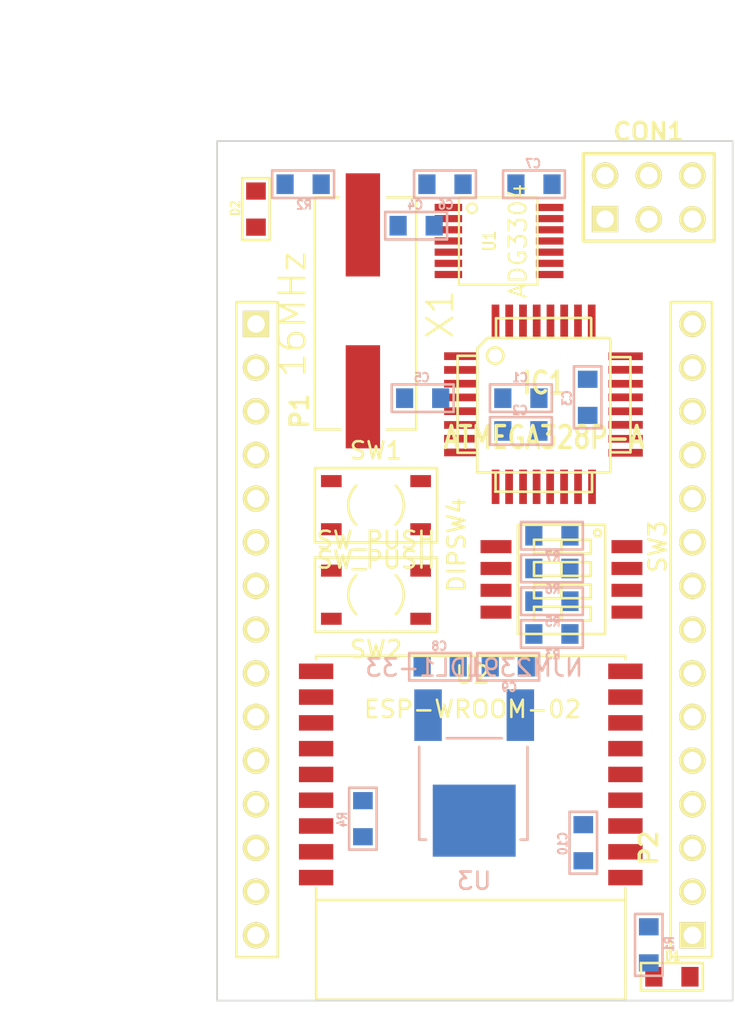
<source format=kicad_pcb>
(kicad_pcb (version 3) (host pcbnew "(2013-07-07 BZR 4022)-stable")

  (general
    (links 108)
    (no_connects 108)
    (area 33.571428 22.150001 77.0636 81.380001)
    (thickness 1.6)
    (drawings 7)
    (tracks 0)
    (zones 0)
    (modules 30)
    (nets 39)
  )

  (page A3)
  (layers
    (15 F.Cu signal)
    (0 B.Cu signal)
    (16 B.Adhes user)
    (17 F.Adhes user)
    (18 B.Paste user)
    (19 F.Paste user)
    (20 B.SilkS user)
    (21 F.SilkS user)
    (22 B.Mask user)
    (23 F.Mask user)
    (24 Dwgs.User user)
    (25 Cmts.User user)
    (26 Eco1.User user)
    (27 Eco2.User user)
    (28 Edge.Cuts user)
  )

  (setup
    (last_trace_width 0.254)
    (trace_clearance 0.254)
    (zone_clearance 0.508)
    (zone_45_only no)
    (trace_min 0.254)
    (segment_width 0.2)
    (edge_width 0.1)
    (via_size 0.889)
    (via_drill 0.635)
    (via_min_size 0.889)
    (via_min_drill 0.508)
    (uvia_size 0.508)
    (uvia_drill 0.127)
    (uvias_allowed no)
    (uvia_min_size 0.508)
    (uvia_min_drill 0.127)
    (pcb_text_width 0.3)
    (pcb_text_size 1.5 1.5)
    (mod_edge_width 0.15)
    (mod_text_size 1 1)
    (mod_text_width 0.15)
    (pad_size 2 0.9)
    (pad_drill 0)
    (pad_to_mask_clearance 0)
    (aux_axis_origin 0 0)
    (visible_elements FFFFFFBF)
    (pcbplotparams
      (layerselection 3178497)
      (usegerberextensions true)
      (excludeedgelayer true)
      (linewidth 0.150000)
      (plotframeref false)
      (viasonmask false)
      (mode 1)
      (useauxorigin false)
      (hpglpennumber 1)
      (hpglpenspeed 20)
      (hpglpendiameter 15)
      (hpglpenoverlay 2)
      (psnegative false)
      (psa4output false)
      (plotreference true)
      (plotvalue true)
      (plotothertext true)
      (plotinvisibletext false)
      (padsonsilk false)
      (subtractmaskfromsilk false)
      (outputformat 1)
      (mirror false)
      (drillshape 1)
      (scaleselection 1)
      (outputdirectory ""))
  )

  (net 0 "")
  (net 1 +3.3V)
  (net 2 +5V)
  (net 3 /A0)
  (net 4 /A1)
  (net 5 /A2)
  (net 6 /A3)
  (net 7 /A4)
  (net 8 /A5)
  (net 9 /A6)
  (net 10 /A7)
  (net 11 /AREF)
  (net 12 /ArduinoRX33)
  (net 13 /ArduinoTX33)
  (net 14 /D0)
  (net 15 /D1)
  (net 16 /D10)
  (net 17 /D11)
  (net 18 /D12)
  (net 19 /D13)
  (net 20 /D2)
  (net 21 /D3)
  (net 22 /D4)
  (net 23 /D5)
  (net 24 /D6)
  (net 25 /D7)
  (net 26 /D8)
  (net 27 /D9)
  (net 28 /RESET)
  (net 29 GND)
  (net 30 N-000001)
  (net 31 N-000002)
  (net 32 N-0000031)
  (net 33 N-0000046)
  (net 34 N-0000047)
  (net 35 N-0000048)
  (net 36 N-0000049)
  (net 37 N-0000050)
  (net 38 N-0000051)

  (net_class Default "これは標準のネット クラスです。"
    (clearance 0.254)
    (trace_width 0.254)
    (via_dia 0.889)
    (via_drill 0.635)
    (uvia_dia 0.508)
    (uvia_drill 0.127)
    (add_net "")
    (add_net +3.3V)
    (add_net +5V)
    (add_net /A0)
    (add_net /A1)
    (add_net /A2)
    (add_net /A3)
    (add_net /A4)
    (add_net /A5)
    (add_net /A6)
    (add_net /A7)
    (add_net /AREF)
    (add_net /ArduinoRX33)
    (add_net /ArduinoTX33)
    (add_net /D0)
    (add_net /D1)
    (add_net /D10)
    (add_net /D11)
    (add_net /D12)
    (add_net /D13)
    (add_net /D2)
    (add_net /D3)
    (add_net /D4)
    (add_net /D5)
    (add_net /D6)
    (add_net /D7)
    (add_net /D8)
    (add_net /D9)
    (add_net /RESET)
    (add_net GND)
    (add_net N-000001)
    (add_net N-000002)
    (add_net N-0000031)
    (add_net N-0000046)
    (add_net N-0000047)
    (add_net N-0000048)
    (add_net N-0000049)
    (add_net N-0000050)
    (add_net N-0000051)
  )

  (module XTAL_HC-49   placed (layer F.Cu) (tedit 5607CDF4) (tstamp 562B82AE)
    (at 54.483 39.878 270)
    (path /562B5CC7)
    (fp_text reference X1 (at 0.2 -4.5 270) (layer F.SilkS)
      (effects (font (size 1.5 1.5) (thickness 0.15)))
    )
    (fp_text value 16MHz (at 0.2 4.1 270) (layer F.SilkS)
      (effects (font (size 1.5 1.5) (thickness 0.15)))
    )
    (fp_line (start 6.9 1.3) (end 6.9 2.8) (layer F.SilkS) (width 0.15))
    (fp_line (start 6.9 2.8) (end -6.6 2.8) (layer F.SilkS) (width 0.15))
    (fp_line (start -6.6 2.8) (end -6.6 1.4) (layer F.SilkS) (width 0.15))
    (fp_line (start -6.6 -1.4) (end -6.6 -3.1) (layer F.SilkS) (width 0.15))
    (fp_line (start -6.6 -3.1) (end 6.9 -3.1) (layer F.SilkS) (width 0.15))
    (fp_line (start 6.9 -3.1) (end 6.9 -1.4) (layer F.SilkS) (width 0.15))
    (pad 1 smd rect (at -5 0 270) (size 6 2)
      (layers F.Cu F.Paste F.Mask)
      (net 34 N-0000047)
    )
    (pad 2 smd rect (at 5 0 270) (size 6 2)
      (layers F.Cu F.Paste F.Mask)
      (net 33 N-0000046)
    )
  )

  (module TQFP32   placed (layer F.Cu) (tedit 43A670DA) (tstamp 562B82E4)
    (at 65.024 45.339)
    (path /562B43CA)
    (fp_text reference IC1 (at 0 -1.27) (layer F.SilkS)
      (effects (font (size 1.27 1.016) (thickness 0.2032)))
    )
    (fp_text value ATMEGA328P-A (at 0 1.905) (layer F.SilkS)
      (effects (font (size 1.27 1.016) (thickness 0.2032)))
    )
    (fp_line (start 5.0292 2.7686) (end 3.8862 2.7686) (layer F.SilkS) (width 0.1524))
    (fp_line (start 5.0292 -2.7686) (end 3.9116 -2.7686) (layer F.SilkS) (width 0.1524))
    (fp_line (start 5.0292 2.7686) (end 5.0292 -2.7686) (layer F.SilkS) (width 0.1524))
    (fp_line (start 2.794 3.9624) (end 2.794 5.0546) (layer F.SilkS) (width 0.1524))
    (fp_line (start -2.8194 3.9878) (end -2.8194 5.0546) (layer F.SilkS) (width 0.1524))
    (fp_line (start -2.8448 5.0546) (end 2.794 5.08) (layer F.SilkS) (width 0.1524))
    (fp_line (start -2.794 -5.0292) (end 2.7178 -5.0546) (layer F.SilkS) (width 0.1524))
    (fp_line (start -3.8862 -3.2766) (end -3.8862 3.9116) (layer F.SilkS) (width 0.1524))
    (fp_line (start 2.7432 -5.0292) (end 2.7432 -3.9878) (layer F.SilkS) (width 0.1524))
    (fp_line (start -3.2512 -3.8862) (end 3.81 -3.8862) (layer F.SilkS) (width 0.1524))
    (fp_line (start 3.8608 3.937) (end 3.8608 -3.7846) (layer F.SilkS) (width 0.1524))
    (fp_line (start -3.8862 3.937) (end 3.7338 3.937) (layer F.SilkS) (width 0.1524))
    (fp_line (start -5.0292 -2.8448) (end -5.0292 2.794) (layer F.SilkS) (width 0.1524))
    (fp_line (start -5.0292 2.794) (end -3.8862 2.794) (layer F.SilkS) (width 0.1524))
    (fp_line (start -3.87604 -3.302) (end -3.29184 -3.8862) (layer F.SilkS) (width 0.1524))
    (fp_line (start -5.02412 -2.8448) (end -3.87604 -2.8448) (layer F.SilkS) (width 0.1524))
    (fp_line (start -2.794 -3.8862) (end -2.794 -5.03428) (layer F.SilkS) (width 0.1524))
    (fp_circle (center -2.83972 -2.86004) (end -2.43332 -2.60604) (layer F.SilkS) (width 0.1524))
    (pad 8 smd rect (at -4.81584 2.77622) (size 1.99898 0.44958)
      (layers F.Cu F.Paste F.Mask)
      (net 34 N-0000047)
    )
    (pad 7 smd rect (at -4.81584 1.97612) (size 1.99898 0.44958)
      (layers F.Cu F.Paste F.Mask)
      (net 33 N-0000046)
    )
    (pad 6 smd rect (at -4.81584 1.17602) (size 1.99898 0.44958)
      (layers F.Cu F.Paste F.Mask)
      (net 2 +5V)
    )
    (pad 5 smd rect (at -4.81584 0.37592) (size 1.99898 0.44958)
      (layers F.Cu F.Paste F.Mask)
      (net 29 GND)
    )
    (pad 4 smd rect (at -4.81584 -0.42418) (size 1.99898 0.44958)
      (layers F.Cu F.Paste F.Mask)
      (net 2 +5V)
    )
    (pad 3 smd rect (at -4.81584 -1.22428) (size 1.99898 0.44958)
      (layers F.Cu F.Paste F.Mask)
      (net 29 GND)
    )
    (pad 2 smd rect (at -4.81584 -2.02438) (size 1.99898 0.44958)
      (layers F.Cu F.Paste F.Mask)
      (net 22 /D4)
    )
    (pad 1 smd rect (at -4.81584 -2.82448) (size 1.99898 0.44958)
      (layers F.Cu F.Paste F.Mask)
      (net 21 /D3)
    )
    (pad 24 smd rect (at 4.7498 -2.8194) (size 1.99898 0.44958)
      (layers F.Cu F.Paste F.Mask)
      (net 4 /A1)
    )
    (pad 17 smd rect (at 4.7498 2.794) (size 1.99898 0.44958)
      (layers F.Cu F.Paste F.Mask)
      (net 19 /D13)
    )
    (pad 18 smd rect (at 4.7498 1.9812) (size 1.99898 0.44958)
      (layers F.Cu F.Paste F.Mask)
      (net 2 +5V)
    )
    (pad 19 smd rect (at 4.7498 1.1684) (size 1.99898 0.44958)
      (layers F.Cu F.Paste F.Mask)
      (net 9 /A6)
    )
    (pad 20 smd rect (at 4.7498 0.381) (size 1.99898 0.44958)
      (layers F.Cu F.Paste F.Mask)
      (net 11 /AREF)
    )
    (pad 21 smd rect (at 4.7498 -0.4318) (size 1.99898 0.44958)
      (layers F.Cu F.Paste F.Mask)
      (net 29 GND)
    )
    (pad 22 smd rect (at 4.7498 -1.2192) (size 1.99898 0.44958)
      (layers F.Cu F.Paste F.Mask)
      (net 10 /A7)
    )
    (pad 23 smd rect (at 4.7498 -2.032) (size 1.99898 0.44958)
      (layers F.Cu F.Paste F.Mask)
      (net 3 /A0)
    )
    (pad 32 smd rect (at -2.82448 -4.826) (size 0.44958 1.99898)
      (layers F.Cu F.Paste F.Mask)
      (net 20 /D2)
    )
    (pad 31 smd rect (at -2.02692 -4.826) (size 0.44958 1.99898)
      (layers F.Cu F.Paste F.Mask)
      (net 15 /D1)
    )
    (pad 30 smd rect (at -1.22428 -4.826) (size 0.44958 1.99898)
      (layers F.Cu F.Paste F.Mask)
      (net 14 /D0)
    )
    (pad 29 smd rect (at -0.42672 -4.826) (size 0.44958 1.99898)
      (layers F.Cu F.Paste F.Mask)
      (net 28 /RESET)
    )
    (pad 28 smd rect (at 0.37592 -4.826) (size 0.44958 1.99898)
      (layers F.Cu F.Paste F.Mask)
      (net 8 /A5)
    )
    (pad 27 smd rect (at 1.17348 -4.826) (size 0.44958 1.99898)
      (layers F.Cu F.Paste F.Mask)
      (net 7 /A4)
    )
    (pad 26 smd rect (at 1.97612 -4.826) (size 0.44958 1.99898)
      (layers F.Cu F.Paste F.Mask)
      (net 6 /A3)
    )
    (pad 25 smd rect (at 2.77368 -4.826) (size 0.44958 1.99898)
      (layers F.Cu F.Paste F.Mask)
      (net 5 /A2)
    )
    (pad 9 smd rect (at -2.8194 4.7752) (size 0.44958 1.99898)
      (layers F.Cu F.Paste F.Mask)
      (net 23 /D5)
    )
    (pad 10 smd rect (at -2.032 4.7752) (size 0.44958 1.99898)
      (layers F.Cu F.Paste F.Mask)
      (net 24 /D6)
    )
    (pad 11 smd rect (at -1.2192 4.7752) (size 0.44958 1.99898)
      (layers F.Cu F.Paste F.Mask)
      (net 25 /D7)
    )
    (pad 12 smd rect (at -0.4318 4.7752) (size 0.44958 1.99898)
      (layers F.Cu F.Paste F.Mask)
      (net 26 /D8)
    )
    (pad 13 smd rect (at 0.3556 4.7752) (size 0.44958 1.99898)
      (layers F.Cu F.Paste F.Mask)
      (net 27 /D9)
    )
    (pad 14 smd rect (at 1.1684 4.7752) (size 0.44958 1.99898)
      (layers F.Cu F.Paste F.Mask)
      (net 16 /D10)
    )
    (pad 15 smd rect (at 1.9812 4.7752) (size 0.44958 1.99898)
      (layers F.Cu F.Paste F.Mask)
      (net 17 /D11)
    )
    (pad 16 smd rect (at 2.794 4.7752) (size 0.44958 1.99898)
      (layers F.Cu F.Paste F.Mask)
      (net 18 /D12)
    )
    (model smd/tqfp32.wrl
      (at (xyz 0 0 0))
      (scale (xyz 1 1 1))
      (rotate (xyz 0 0 0))
    )
  )

  (module TO-252-3   placed (layer B.Cu) (tedit 5607AF9D) (tstamp 562B82F0)
    (at 60.96 67.437)
    (path /562B454A)
    (fp_text reference U3 (at 0 5.6) (layer B.SilkS)
      (effects (font (size 1 1) (thickness 0.15)) (justify mirror))
    )
    (fp_text value NJM2391DL1-33 (at 0 -6.8) (layer B.SilkS)
      (effects (font (size 1 1) (thickness 0.15)) (justify mirror))
    )
    (fp_line (start 3.1 3.2) (end 3.1 -2.2) (layer B.SilkS) (width 0.15))
    (fp_line (start 1.6 -2.7) (end -1.6 -2.7) (layer B.SilkS) (width 0.15))
    (fp_line (start 2.7 3.2) (end 3.1 3.2) (layer B.SilkS) (width 0.15))
    (fp_line (start -3.2 -2.2) (end -3.2 3.2) (layer B.SilkS) (width 0.15))
    (fp_line (start -3.2 3.2) (end -2.8 3.2) (layer B.SilkS) (width 0.15))
    (pad 1 smd rect (at -2.686 -4.04) (size 1.6 3)
      (layers B.Cu B.Paste B.Mask)
      (net 2 +5V)
    )
    (pad 3 smd rect (at 2.686 -4.04) (size 1.6 3)
      (layers B.Cu B.Paste B.Mask)
      (net 1 +3.3V)
    )
    (pad 2 smd rect (at 0 2.0955) (size 4.826 4.191)
      (layers B.Cu B.Paste B.Mask)
      (net 29 GND)
    )
  )

  (module pin_array_3x2   placed (layer F.Cu) (tedit 42931587) (tstamp 562B82FE)
    (at 71.12 33.274)
    (descr "Double rangee de contacts 2 x 4 pins")
    (tags CONN)
    (path /562B43E3)
    (fp_text reference CON1 (at 0 -3.81) (layer F.SilkS)
      (effects (font (size 1.016 1.016) (thickness 0.2032)))
    )
    (fp_text value AVR-ISP-6 (at 0 3.81) (layer F.SilkS) hide
      (effects (font (size 1.016 1.016) (thickness 0.2032)))
    )
    (fp_line (start 3.81 2.54) (end -3.81 2.54) (layer F.SilkS) (width 0.2032))
    (fp_line (start -3.81 -2.54) (end 3.81 -2.54) (layer F.SilkS) (width 0.2032))
    (fp_line (start 3.81 -2.54) (end 3.81 2.54) (layer F.SilkS) (width 0.2032))
    (fp_line (start -3.81 2.54) (end -3.81 -2.54) (layer F.SilkS) (width 0.2032))
    (pad 1 thru_hole rect (at -2.54 1.27) (size 1.524 1.524) (drill 1.016)
      (layers *.Cu *.Mask F.SilkS)
      (net 18 /D12)
    )
    (pad 2 thru_hole circle (at -2.54 -1.27) (size 1.524 1.524) (drill 1.016)
      (layers *.Cu *.Mask F.SilkS)
      (net 2 +5V)
    )
    (pad 3 thru_hole circle (at 0 1.27) (size 1.524 1.524) (drill 1.016)
      (layers *.Cu *.Mask F.SilkS)
      (net 19 /D13)
    )
    (pad 4 thru_hole circle (at 0 -1.27) (size 1.524 1.524) (drill 1.016)
      (layers *.Cu *.Mask F.SilkS)
      (net 17 /D11)
    )
    (pad 5 thru_hole circle (at 2.54 1.27) (size 1.524 1.524) (drill 1.016)
      (layers *.Cu *.Mask F.SilkS)
      (net 28 /RESET)
    )
    (pad 6 thru_hole circle (at 2.54 -1.27) (size 1.524 1.524) (drill 1.016)
      (layers *.Cu *.Mask F.SilkS)
      (net 29 GND)
    )
    (model pin_array/pins_array_3x2.wrl
      (at (xyz 0 0 0))
      (scale (xyz 1 1 1))
      (rotate (xyz 0 0 0))
    )
  )

  (module PIN_ARRAY_15x1   placed (layer F.Cu) (tedit 562B6284) (tstamp 562B8315)
    (at 73.66 71.12 90)
    (descr "Double rangee de contacts 2 x 5 pins")
    (tags CONN)
    (path /562B73AD)
    (fp_text reference P2 (at 0 -2.54 90) (layer F.SilkS)
      (effects (font (size 1.016 1.016) (thickness 0.2032)))
    )
    (fp_text value CONN_15 (at 0 2.54 90) (layer F.SilkS) hide
      (effects (font (size 1.016 1.016) (thickness 0.2032)))
    )
    (fp_line (start -6.35 1.143) (end -6.35 -1.27) (layer F.SilkS) (width 0.15))
    (fp_line (start -6.35 -1.27) (end 31.75 -1.27) (layer F.SilkS) (width 0.15))
    (fp_line (start 31.75 -1.27) (end 31.75 1.143) (layer F.SilkS) (width 0.15))
    (fp_line (start 31.75 1.143) (end -6.35 1.143) (layer F.SilkS) (width 0.15))
    (pad 1 thru_hole rect (at -5.08 0 90) (size 1.524 1.524) (drill 1.016)
      (layers *.Cu *.Mask F.SilkS)
      (net 19 /D13)
    )
    (pad 2 thru_hole circle (at -2.54 0 90) (size 1.524 1.524) (drill 1.016)
      (layers *.Cu *.Mask F.SilkS)
      (net 1 +3.3V)
    )
    (pad 3 thru_hole circle (at 0 0 90) (size 1.524 1.524) (drill 1.016)
      (layers *.Cu *.Mask F.SilkS)
      (net 11 /AREF)
    )
    (pad 4 thru_hole circle (at 2.54 0 90) (size 1.524 1.524) (drill 1.016)
      (layers *.Cu *.Mask F.SilkS)
      (net 3 /A0)
    )
    (pad 5 thru_hole circle (at 5.08 0 90) (size 1.524 1.524) (drill 1.016)
      (layers *.Cu *.Mask F.SilkS)
      (net 4 /A1)
    )
    (pad 6 thru_hole circle (at 7.62 0 90) (size 1.524 1.524) (drill 1.016)
      (layers *.Cu *.Mask F.SilkS)
      (net 5 /A2)
    )
    (pad 7 thru_hole circle (at 10.16 0 90) (size 1.524 1.524) (drill 1.016)
      (layers *.Cu *.Mask F.SilkS)
      (net 6 /A3)
    )
    (pad 8 thru_hole circle (at 12.7 0 90) (size 1.524 1.524) (drill 1.016)
      (layers *.Cu *.Mask F.SilkS)
      (net 7 /A4)
    )
    (pad 9 thru_hole circle (at 15.24 0 90) (size 1.524 1.524) (drill 1.016)
      (layers *.Cu *.Mask F.SilkS)
      (net 8 /A5)
    )
    (pad 10 thru_hole circle (at 17.78 0 90) (size 1.524 1.524) (drill 1.016)
      (layers *.Cu *.Mask F.SilkS)
      (net 9 /A6)
    )
    (pad 11 thru_hole circle (at 20.32 0 90) (size 1.524 1.524) (drill 1.016)
      (layers *.Cu *.Mask F.SilkS)
      (net 10 /A7)
    )
    (pad 12 thru_hole circle (at 22.86 0 90) (size 1.524 1.524) (drill 1.016)
      (layers *.Cu *.Mask F.SilkS)
      (net 2 +5V)
    )
    (pad 13 thru_hole circle (at 25.4 0 90) (size 1.524 1.524) (drill 1.016)
      (layers *.Cu *.Mask F.SilkS)
      (net 28 /RESET)
    )
    (pad 14 thru_hole circle (at 27.94 0 90) (size 1.524 1.524) (drill 1.016)
      (layers *.Cu *.Mask F.SilkS)
      (net 29 GND)
    )
    (pad 15 thru_hole circle (at 30.48 0 90) (size 1.524 1.524) (drill 1.016)
      (layers *.Cu *.Mask F.SilkS)
      (net 2 +5V)
    )
  )

  (module PIN_ARRAY_15x1   placed (layer F.Cu) (tedit 562B6284) (tstamp 562B89C2)
    (at 48.26 45.72 270)
    (descr "Double rangee de contacts 2 x 5 pins")
    (tags CONN)
    (path /562B726E)
    (fp_text reference P1 (at 0 -2.54 270) (layer F.SilkS)
      (effects (font (size 1.016 1.016) (thickness 0.2032)))
    )
    (fp_text value CONN_15 (at 0 2.54 270) (layer F.SilkS) hide
      (effects (font (size 1.016 1.016) (thickness 0.2032)))
    )
    (fp_line (start -6.35 1.143) (end -6.35 -1.27) (layer F.SilkS) (width 0.15))
    (fp_line (start -6.35 -1.27) (end 31.75 -1.27) (layer F.SilkS) (width 0.15))
    (fp_line (start 31.75 -1.27) (end 31.75 1.143) (layer F.SilkS) (width 0.15))
    (fp_line (start 31.75 1.143) (end -6.35 1.143) (layer F.SilkS) (width 0.15))
    (pad 1 thru_hole rect (at -5.08 0 270) (size 1.524 1.524) (drill 1.016)
      (layers *.Cu *.Mask F.SilkS)
      (net 15 /D1)
    )
    (pad 2 thru_hole circle (at -2.54 0 270) (size 1.524 1.524) (drill 1.016)
      (layers *.Cu *.Mask F.SilkS)
      (net 14 /D0)
    )
    (pad 3 thru_hole circle (at 0 0 270) (size 1.524 1.524) (drill 1.016)
      (layers *.Cu *.Mask F.SilkS)
      (net 28 /RESET)
    )
    (pad 4 thru_hole circle (at 2.54 0 270) (size 1.524 1.524) (drill 1.016)
      (layers *.Cu *.Mask F.SilkS)
      (net 29 GND)
    )
    (pad 5 thru_hole circle (at 5.08 0 270) (size 1.524 1.524) (drill 1.016)
      (layers *.Cu *.Mask F.SilkS)
      (net 20 /D2)
    )
    (pad 6 thru_hole circle (at 7.62 0 270) (size 1.524 1.524) (drill 1.016)
      (layers *.Cu *.Mask F.SilkS)
      (net 21 /D3)
    )
    (pad 7 thru_hole circle (at 10.16 0 270) (size 1.524 1.524) (drill 1.016)
      (layers *.Cu *.Mask F.SilkS)
      (net 22 /D4)
    )
    (pad 8 thru_hole circle (at 12.7 0 270) (size 1.524 1.524) (drill 1.016)
      (layers *.Cu *.Mask F.SilkS)
      (net 23 /D5)
    )
    (pad 9 thru_hole circle (at 15.24 0 270) (size 1.524 1.524) (drill 1.016)
      (layers *.Cu *.Mask F.SilkS)
      (net 24 /D6)
    )
    (pad 10 thru_hole circle (at 17.78 0 270) (size 1.524 1.524) (drill 1.016)
      (layers *.Cu *.Mask F.SilkS)
      (net 25 /D7)
    )
    (pad 11 thru_hole circle (at 20.32 0 270) (size 1.524 1.524) (drill 1.016)
      (layers *.Cu *.Mask F.SilkS)
      (net 26 /D8)
    )
    (pad 12 thru_hole circle (at 22.86 0 270) (size 1.524 1.524) (drill 1.016)
      (layers *.Cu *.Mask F.SilkS)
      (net 27 /D9)
    )
    (pad 13 thru_hole circle (at 25.4 0 270) (size 1.524 1.524) (drill 1.016)
      (layers *.Cu *.Mask F.SilkS)
      (net 16 /D10)
    )
    (pad 14 thru_hole circle (at 27.94 0 270) (size 1.524 1.524) (drill 1.016)
      (layers *.Cu *.Mask F.SilkS)
      (net 17 /D11)
    )
    (pad 15 thru_hole circle (at 30.48 0 270) (size 1.524 1.524) (drill 1.016)
      (layers *.Cu *.Mask F.SilkS)
      (net 18 /D12)
    )
  )

  (module OTAX_DIPSW4   placed (layer F.Cu) (tedit 562B6F98) (tstamp 562B8351)
    (at 66.04 53.594 270)
    (path /562B4BE0)
    (clearance 0.2)
    (fp_text reference SW3 (at 0 -5.6 270) (layer F.SilkS)
      (effects (font (size 1 1) (thickness 0.15)))
    )
    (fp_text value DIPSW4 (at -0.1 6.1 270) (layer F.SilkS)
      (effects (font (size 1 1) (thickness 0.15)))
    )
    (fp_circle (center -0.8 -2.1) (end -0.6 -2.1) (layer F.SilkS) (width 0.15))
    (fp_line (start 2.2 -1.7) (end 3 -1.7) (layer F.SilkS) (width 0.15))
    (fp_line (start 2.2 1.6) (end 2.2 -1.7) (layer F.SilkS) (width 0.15))
    (fp_line (start 3 1.6) (end 2.2 1.6) (layer F.SilkS) (width 0.15))
    (fp_line (start 3 -1.7) (end 3 1.6) (layer F.SilkS) (width 0.15))
    (fp_line (start 2.2 0) (end 3 0) (layer F.SilkS) (width 0.15))
    (fp_line (start 3.5 0) (end 4.3 0) (layer F.SilkS) (width 0.15))
    (fp_line (start 4.3 -1.7) (end 4.3 1.6) (layer F.SilkS) (width 0.15))
    (fp_line (start 4.3 1.6) (end 3.5 1.6) (layer F.SilkS) (width 0.15))
    (fp_line (start 3.5 1.6) (end 3.5 -1.7) (layer F.SilkS) (width 0.15))
    (fp_line (start 3.5 -1.7) (end 4.3 -1.7) (layer F.SilkS) (width 0.15))
    (fp_line (start 0.9 -1.7) (end 1.7 -1.7) (layer F.SilkS) (width 0.15))
    (fp_line (start 0.9 1.6) (end 0.9 -1.7) (layer F.SilkS) (width 0.15))
    (fp_line (start 1.7 1.6) (end 0.9 1.6) (layer F.SilkS) (width 0.15))
    (fp_line (start 1.7 -1.7) (end 1.7 1.6) (layer F.SilkS) (width 0.15))
    (fp_line (start 0.9 0) (end 1.7 0) (layer F.SilkS) (width 0.15))
    (fp_line (start -0.4 0) (end 0.4 0) (layer F.SilkS) (width 0.15))
    (fp_line (start 0.4 -1.7) (end 0.4 1.6) (layer F.SilkS) (width 0.15))
    (fp_line (start 0.4 1.6) (end -0.4 1.6) (layer F.SilkS) (width 0.15))
    (fp_line (start -0.4 1.6) (end -0.4 -1.7) (layer F.SilkS) (width 0.15))
    (fp_line (start -0.4 -1.7) (end 0.4 -1.7) (layer F.SilkS) (width 0.15))
    (fp_line (start -1.27 -2.54) (end 5.08 -2.54) (layer F.SilkS) (width 0.15))
    (fp_line (start 5.08 -2.54) (end 5.08 2.54) (layer F.SilkS) (width 0.15))
    (fp_line (start 5.08 2.54) (end -1.27 2.54) (layer F.SilkS) (width 0.15))
    (fp_line (start -1.27 2.54) (end -1.27 -2.54) (layer F.SilkS) (width 0.15))
    (pad 2 smd rect (at 0 3.81 270) (size 0.76 1.8)
      (layers F.Cu F.Paste F.Mask)
      (net 35 N-0000048)
    )
    (pad 4 smd rect (at 1.27 3.81 270) (size 0.76 1.8)
      (layers F.Cu F.Paste F.Mask)
      (net 36 N-0000049)
    )
    (pad 6 smd rect (at 2.54 3.81 270) (size 0.76 1.8)
      (layers F.Cu F.Paste F.Mask)
      (net 37 N-0000050)
    )
    (pad 8 smd rect (at 3.81 3.81 270) (size 0.76 1.8)
      (layers F.Cu F.Paste F.Mask)
      (net 38 N-0000051)
    )
    (pad 1 smd rect (at 0 -3.81 270) (size 0.76 1.8)
      (layers F.Cu F.Paste F.Mask)
      (net 29 GND)
    )
    (pad 3 smd rect (at 1.27 -3.81 270) (size 0.76 1.8)
      (layers F.Cu F.Paste F.Mask)
      (net 29 GND)
    )
    (pad 5 smd rect (at 2.54 -3.81 270) (size 0.76 1.8)
      (layers F.Cu F.Paste F.Mask)
      (net 29 GND)
    )
    (pad 7 smd rect (at 3.81 -3.81 270) (size 0.76 1.8)
      (layers F.Cu F.Paste F.Mask)
      (net 29 GND)
    )
  )

  (module HANDSOL_0603   placed (layer B.Cu) (tedit 55F011C7) (tstamp 562B835B)
    (at 71.12 76.708 270)
    (path /562B57C2)
    (attr smd)
    (fp_text reference R1 (at 0 -1.2 270) (layer B.SilkS)
      (effects (font (size 0.508 0.4572) (thickness 0.1143)) (justify mirror))
    )
    (fp_text value R (at 0 1.1 270) (layer B.SilkS) hide
      (effects (font (size 0.508 0.4572) (thickness 0.1143)) (justify mirror))
    )
    (fp_line (start -1.75 0.8) (end 1.85 0.8) (layer B.SilkS) (width 0.15))
    (fp_line (start 1.85 0.8) (end 1.85 -0.8) (layer B.SilkS) (width 0.15))
    (fp_line (start 1.85 -0.8) (end -1.75 -0.8) (layer B.SilkS) (width 0.15))
    (fp_line (start -1.75 -0.8) (end -1.75 0.8) (layer B.SilkS) (width 0.15))
    (pad 1 smd rect (at -1 0 270) (size 1 1.143)
      (layers B.Cu B.Paste B.Mask)
      (net 19 /D13)
    )
    (pad 2 smd rect (at 1.1 0 270) (size 1 1.143)
      (layers B.Cu B.Paste B.Mask)
      (net 31 N-000002)
    )
    (model smd\resistors\R0603.wrl
      (at (xyz 0 0 0.001))
      (scale (xyz 0.5 0.5 0.5))
      (rotate (xyz 0 0 0))
    )
  )

  (module HANDSOL_0603   placed (layer B.Cu) (tedit 55F011C7) (tstamp 562B8365)
    (at 65.532 54.864 180)
    (path /562B5208)
    (attr smd)
    (fp_text reference R6 (at 0 -1.2 180) (layer B.SilkS)
      (effects (font (size 0.508 0.4572) (thickness 0.1143)) (justify mirror))
    )
    (fp_text value R (at 0 1.1 180) (layer B.SilkS) hide
      (effects (font (size 0.508 0.4572) (thickness 0.1143)) (justify mirror))
    )
    (fp_line (start -1.75 0.8) (end 1.85 0.8) (layer B.SilkS) (width 0.15))
    (fp_line (start 1.85 0.8) (end 1.85 -0.8) (layer B.SilkS) (width 0.15))
    (fp_line (start 1.85 -0.8) (end -1.75 -0.8) (layer B.SilkS) (width 0.15))
    (fp_line (start -1.75 -0.8) (end -1.75 0.8) (layer B.SilkS) (width 0.15))
    (pad 1 smd rect (at -1 0 180) (size 1 1.143)
      (layers B.Cu B.Paste B.Mask)
      (net 1 +3.3V)
    )
    (pad 2 smd rect (at 1.1 0 180) (size 1 1.143)
      (layers B.Cu B.Paste B.Mask)
      (net 36 N-0000049)
    )
    (model smd\resistors\R0603.wrl
      (at (xyz 0 0 0.001))
      (scale (xyz 0.5 0.5 0.5))
      (rotate (xyz 0 0 0))
    )
  )

  (module HANDSOL_0603   placed (layer F.Cu) (tedit 55F011C7) (tstamp 562B836F)
    (at 72.517 78.613 180)
    (path /562B5824)
    (attr smd)
    (fp_text reference D1 (at 0 1.2 180) (layer F.SilkS)
      (effects (font (size 0.508 0.4572) (thickness 0.1143)))
    )
    (fp_text value LED (at 0 -1.1 180) (layer F.SilkS) hide
      (effects (font (size 0.508 0.4572) (thickness 0.1143)))
    )
    (fp_line (start -1.75 -0.8) (end 1.85 -0.8) (layer F.SilkS) (width 0.15))
    (fp_line (start 1.85 -0.8) (end 1.85 0.8) (layer F.SilkS) (width 0.15))
    (fp_line (start 1.85 0.8) (end -1.75 0.8) (layer F.SilkS) (width 0.15))
    (fp_line (start -1.75 0.8) (end -1.75 -0.8) (layer F.SilkS) (width 0.15))
    (pad 1 smd rect (at -1 0 180) (size 1 1.143)
      (layers F.Cu F.Paste F.Mask)
      (net 31 N-000002)
    )
    (pad 2 smd rect (at 1.1 0 180) (size 1 1.143)
      (layers F.Cu F.Paste F.Mask)
      (net 29 GND)
    )
    (model smd\resistors\R0603.wrl
      (at (xyz 0 0 0.001))
      (scale (xyz 0.5 0.5 0.5))
      (rotate (xyz 0 0 0))
    )
  )

  (module HANDSOL_0603   placed (layer B.Cu) (tedit 55F011C7) (tstamp 562B8379)
    (at 57.531 34.925)
    (path /562B5CD6)
    (attr smd)
    (fp_text reference C4 (at 0 -1.2) (layer B.SilkS)
      (effects (font (size 0.508 0.4572) (thickness 0.1143)) (justify mirror))
    )
    (fp_text value 22pF (at 0 1.1) (layer B.SilkS) hide
      (effects (font (size 0.508 0.4572) (thickness 0.1143)) (justify mirror))
    )
    (fp_line (start -1.75 0.8) (end 1.85 0.8) (layer B.SilkS) (width 0.15))
    (fp_line (start 1.85 0.8) (end 1.85 -0.8) (layer B.SilkS) (width 0.15))
    (fp_line (start 1.85 -0.8) (end -1.75 -0.8) (layer B.SilkS) (width 0.15))
    (fp_line (start -1.75 -0.8) (end -1.75 0.8) (layer B.SilkS) (width 0.15))
    (pad 1 smd rect (at -1 0) (size 1 1.143)
      (layers B.Cu B.Paste B.Mask)
      (net 34 N-0000047)
    )
    (pad 2 smd rect (at 1.1 0) (size 1 1.143)
      (layers B.Cu B.Paste B.Mask)
      (net 29 GND)
    )
    (model smd\resistors\R0603.wrl
      (at (xyz 0 0 0.001))
      (scale (xyz 0.5 0.5 0.5))
      (rotate (xyz 0 0 0))
    )
  )

  (module HANDSOL_0603   placed (layer B.Cu) (tedit 55F011C7) (tstamp 562B8383)
    (at 57.912 44.958)
    (path /562B5CF7)
    (attr smd)
    (fp_text reference C5 (at 0 -1.2) (layer B.SilkS)
      (effects (font (size 0.508 0.4572) (thickness 0.1143)) (justify mirror))
    )
    (fp_text value 22pF (at 0 1.1) (layer B.SilkS) hide
      (effects (font (size 0.508 0.4572) (thickness 0.1143)) (justify mirror))
    )
    (fp_line (start -1.75 0.8) (end 1.85 0.8) (layer B.SilkS) (width 0.15))
    (fp_line (start 1.85 0.8) (end 1.85 -0.8) (layer B.SilkS) (width 0.15))
    (fp_line (start 1.85 -0.8) (end -1.75 -0.8) (layer B.SilkS) (width 0.15))
    (fp_line (start -1.75 -0.8) (end -1.75 0.8) (layer B.SilkS) (width 0.15))
    (pad 1 smd rect (at -1 0) (size 1 1.143)
      (layers B.Cu B.Paste B.Mask)
      (net 33 N-0000046)
    )
    (pad 2 smd rect (at 1.1 0) (size 1 1.143)
      (layers B.Cu B.Paste B.Mask)
      (net 29 GND)
    )
    (model smd\resistors\R0603.wrl
      (at (xyz 0 0 0.001))
      (scale (xyz 0.5 0.5 0.5))
      (rotate (xyz 0 0 0))
    )
  )

  (module HANDSOL_0603   placed (layer B.Cu) (tedit 55F011C7) (tstamp 562B838D)
    (at 51.054 32.512 180)
    (path /562B6D94)
    (attr smd)
    (fp_text reference R2 (at 0 -1.2 180) (layer B.SilkS)
      (effects (font (size 0.508 0.4572) (thickness 0.1143)) (justify mirror))
    )
    (fp_text value R (at 0 1.1 180) (layer B.SilkS) hide
      (effects (font (size 0.508 0.4572) (thickness 0.1143)) (justify mirror))
    )
    (fp_line (start -1.75 0.8) (end 1.85 0.8) (layer B.SilkS) (width 0.15))
    (fp_line (start 1.85 0.8) (end 1.85 -0.8) (layer B.SilkS) (width 0.15))
    (fp_line (start 1.85 -0.8) (end -1.75 -0.8) (layer B.SilkS) (width 0.15))
    (fp_line (start -1.75 -0.8) (end -1.75 0.8) (layer B.SilkS) (width 0.15))
    (pad 1 smd rect (at -1 0 180) (size 1 1.143)
      (layers B.Cu B.Paste B.Mask)
      (net 2 +5V)
    )
    (pad 2 smd rect (at 1.1 0 180) (size 1 1.143)
      (layers B.Cu B.Paste B.Mask)
      (net 32 N-0000031)
    )
    (model smd\resistors\R0603.wrl
      (at (xyz 0 0 0.001))
      (scale (xyz 0.5 0.5 0.5))
      (rotate (xyz 0 0 0))
    )
  )

  (module HANDSOL_0603   placed (layer F.Cu) (tedit 55F011C7) (tstamp 562B8397)
    (at 48.26 33.909 270)
    (path /562B6D9A)
    (attr smd)
    (fp_text reference D2 (at 0 1.2 270) (layer F.SilkS)
      (effects (font (size 0.508 0.4572) (thickness 0.1143)))
    )
    (fp_text value LED (at 0 -1.1 270) (layer F.SilkS) hide
      (effects (font (size 0.508 0.4572) (thickness 0.1143)))
    )
    (fp_line (start -1.75 -0.8) (end 1.85 -0.8) (layer F.SilkS) (width 0.15))
    (fp_line (start 1.85 -0.8) (end 1.85 0.8) (layer F.SilkS) (width 0.15))
    (fp_line (start 1.85 0.8) (end -1.75 0.8) (layer F.SilkS) (width 0.15))
    (fp_line (start -1.75 0.8) (end -1.75 -0.8) (layer F.SilkS) (width 0.15))
    (pad 1 smd rect (at -1 0 270) (size 1 1.143)
      (layers F.Cu F.Paste F.Mask)
      (net 32 N-0000031)
    )
    (pad 2 smd rect (at 1.1 0 270) (size 1 1.143)
      (layers F.Cu F.Paste F.Mask)
      (net 29 GND)
    )
    (model smd\resistors\R0603.wrl
      (at (xyz 0 0 0.001))
      (scale (xyz 0.5 0.5 0.5))
      (rotate (xyz 0 0 0))
    )
  )

  (module HANDSOL_0603   placed (layer B.Cu) (tedit 55F011C7) (tstamp 562B83A1)
    (at 59.309 32.512 180)
    (path /562B7CE0)
    (attr smd)
    (fp_text reference C6 (at 0 -1.2 180) (layer B.SilkS)
      (effects (font (size 0.508 0.4572) (thickness 0.1143)) (justify mirror))
    )
    (fp_text value C (at 0 1.1 180) (layer B.SilkS) hide
      (effects (font (size 0.508 0.4572) (thickness 0.1143)) (justify mirror))
    )
    (fp_line (start -1.75 0.8) (end 1.85 0.8) (layer B.SilkS) (width 0.15))
    (fp_line (start 1.85 0.8) (end 1.85 -0.8) (layer B.SilkS) (width 0.15))
    (fp_line (start 1.85 -0.8) (end -1.75 -0.8) (layer B.SilkS) (width 0.15))
    (fp_line (start -1.75 -0.8) (end -1.75 0.8) (layer B.SilkS) (width 0.15))
    (pad 1 smd rect (at -1 0 180) (size 1 1.143)
      (layers B.Cu B.Paste B.Mask)
      (net 2 +5V)
    )
    (pad 2 smd rect (at 1.1 0 180) (size 1 1.143)
      (layers B.Cu B.Paste B.Mask)
      (net 29 GND)
    )
    (model smd\resistors\R0603.wrl
      (at (xyz 0 0 0.001))
      (scale (xyz 0.5 0.5 0.5))
      (rotate (xyz 0 0 0))
    )
  )

  (module HANDSOL_0603   placed (layer B.Cu) (tedit 55F011C7) (tstamp 562B83AB)
    (at 64.389 32.512)
    (path /562B7A9D)
    (attr smd)
    (fp_text reference C7 (at 0 -1.2) (layer B.SilkS)
      (effects (font (size 0.508 0.4572) (thickness 0.1143)) (justify mirror))
    )
    (fp_text value C (at 0 1.1) (layer B.SilkS) hide
      (effects (font (size 0.508 0.4572) (thickness 0.1143)) (justify mirror))
    )
    (fp_line (start -1.75 0.8) (end 1.85 0.8) (layer B.SilkS) (width 0.15))
    (fp_line (start 1.85 0.8) (end 1.85 -0.8) (layer B.SilkS) (width 0.15))
    (fp_line (start 1.85 -0.8) (end -1.75 -0.8) (layer B.SilkS) (width 0.15))
    (fp_line (start -1.75 -0.8) (end -1.75 0.8) (layer B.SilkS) (width 0.15))
    (pad 1 smd rect (at -1 0) (size 1 1.143)
      (layers B.Cu B.Paste B.Mask)
      (net 1 +3.3V)
    )
    (pad 2 smd rect (at 1.1 0) (size 1 1.143)
      (layers B.Cu B.Paste B.Mask)
      (net 29 GND)
    )
    (model smd\resistors\R0603.wrl
      (at (xyz 0 0 0.001))
      (scale (xyz 0.5 0.5 0.5))
      (rotate (xyz 0 0 0))
    )
  )

  (module HANDSOL_0603   placed (layer B.Cu) (tedit 55F011C7) (tstamp 562B83B5)
    (at 67.31 70.866 90)
    (path /562B8108)
    (attr smd)
    (fp_text reference C10 (at 0 -1.2 90) (layer B.SilkS)
      (effects (font (size 0.508 0.4572) (thickness 0.1143)) (justify mirror))
    )
    (fp_text value C (at 0 1.1 90) (layer B.SilkS) hide
      (effects (font (size 0.508 0.4572) (thickness 0.1143)) (justify mirror))
    )
    (fp_line (start -1.75 0.8) (end 1.85 0.8) (layer B.SilkS) (width 0.15))
    (fp_line (start 1.85 0.8) (end 1.85 -0.8) (layer B.SilkS) (width 0.15))
    (fp_line (start 1.85 -0.8) (end -1.75 -0.8) (layer B.SilkS) (width 0.15))
    (fp_line (start -1.75 -0.8) (end -1.75 0.8) (layer B.SilkS) (width 0.15))
    (pad 1 smd rect (at -1 0 90) (size 1 1.143)
      (layers B.Cu B.Paste B.Mask)
      (net 1 +3.3V)
    )
    (pad 2 smd rect (at 1.1 0 90) (size 1 1.143)
      (layers B.Cu B.Paste B.Mask)
      (net 29 GND)
    )
    (model smd\resistors\R0603.wrl
      (at (xyz 0 0 0.001))
      (scale (xyz 0.5 0.5 0.5))
      (rotate (xyz 0 0 0))
    )
  )

  (module HANDSOL_0603   placed (layer B.Cu) (tedit 55F011C7) (tstamp 562B83BF)
    (at 65.532 52.959 180)
    (path /562B520E)
    (attr smd)
    (fp_text reference R7 (at 0 -1.2 180) (layer B.SilkS)
      (effects (font (size 0.508 0.4572) (thickness 0.1143)) (justify mirror))
    )
    (fp_text value R (at 0 1.1 180) (layer B.SilkS) hide
      (effects (font (size 0.508 0.4572) (thickness 0.1143)) (justify mirror))
    )
    (fp_line (start -1.75 0.8) (end 1.85 0.8) (layer B.SilkS) (width 0.15))
    (fp_line (start 1.85 0.8) (end 1.85 -0.8) (layer B.SilkS) (width 0.15))
    (fp_line (start 1.85 -0.8) (end -1.75 -0.8) (layer B.SilkS) (width 0.15))
    (fp_line (start -1.75 -0.8) (end -1.75 0.8) (layer B.SilkS) (width 0.15))
    (pad 1 smd rect (at -1 0 180) (size 1 1.143)
      (layers B.Cu B.Paste B.Mask)
      (net 1 +3.3V)
    )
    (pad 2 smd rect (at 1.1 0 180) (size 1 1.143)
      (layers B.Cu B.Paste B.Mask)
      (net 35 N-0000048)
    )
    (model smd\resistors\R0603.wrl
      (at (xyz 0 0 0.001))
      (scale (xyz 0.5 0.5 0.5))
      (rotate (xyz 0 0 0))
    )
  )

  (module HANDSOL_0603   placed (layer B.Cu) (tedit 55F011C7) (tstamp 562B83C9)
    (at 65.532 56.769 180)
    (path /562B5202)
    (attr smd)
    (fp_text reference R5 (at 0 -1.2 180) (layer B.SilkS)
      (effects (font (size 0.508 0.4572) (thickness 0.1143)) (justify mirror))
    )
    (fp_text value R (at 0 1.1 180) (layer B.SilkS) hide
      (effects (font (size 0.508 0.4572) (thickness 0.1143)) (justify mirror))
    )
    (fp_line (start -1.75 0.8) (end 1.85 0.8) (layer B.SilkS) (width 0.15))
    (fp_line (start 1.85 0.8) (end 1.85 -0.8) (layer B.SilkS) (width 0.15))
    (fp_line (start 1.85 -0.8) (end -1.75 -0.8) (layer B.SilkS) (width 0.15))
    (fp_line (start -1.75 -0.8) (end -1.75 0.8) (layer B.SilkS) (width 0.15))
    (pad 1 smd rect (at -1 0 180) (size 1 1.143)
      (layers B.Cu B.Paste B.Mask)
      (net 1 +3.3V)
    )
    (pad 2 smd rect (at 1.1 0 180) (size 1 1.143)
      (layers B.Cu B.Paste B.Mask)
      (net 37 N-0000050)
    )
    (model smd\resistors\R0603.wrl
      (at (xyz 0 0 0.001))
      (scale (xyz 0.5 0.5 0.5))
      (rotate (xyz 0 0 0))
    )
  )

  (module HANDSOL_0603   placed (layer B.Cu) (tedit 55F011C7) (tstamp 562B83D3)
    (at 65.532 58.674 180)
    (path /562B51A9)
    (attr smd)
    (fp_text reference R3 (at 0 -1.2 180) (layer B.SilkS)
      (effects (font (size 0.508 0.4572) (thickness 0.1143)) (justify mirror))
    )
    (fp_text value R (at 0 1.1 180) (layer B.SilkS) hide
      (effects (font (size 0.508 0.4572) (thickness 0.1143)) (justify mirror))
    )
    (fp_line (start -1.75 0.8) (end 1.85 0.8) (layer B.SilkS) (width 0.15))
    (fp_line (start 1.85 0.8) (end 1.85 -0.8) (layer B.SilkS) (width 0.15))
    (fp_line (start 1.85 -0.8) (end -1.75 -0.8) (layer B.SilkS) (width 0.15))
    (fp_line (start -1.75 -0.8) (end -1.75 0.8) (layer B.SilkS) (width 0.15))
    (pad 1 smd rect (at -1 0 180) (size 1 1.143)
      (layers B.Cu B.Paste B.Mask)
      (net 1 +3.3V)
    )
    (pad 2 smd rect (at 1.1 0 180) (size 1 1.143)
      (layers B.Cu B.Paste B.Mask)
      (net 38 N-0000051)
    )
    (model smd\resistors\R0603.wrl
      (at (xyz 0 0 0.001))
      (scale (xyz 0.5 0.5 0.5))
      (rotate (xyz 0 0 0))
    )
  )

  (module HANDSOL_0603   placed (layer B.Cu) (tedit 55F011C7) (tstamp 562B83DD)
    (at 54.483 69.469 90)
    (path /562B4FF1)
    (attr smd)
    (fp_text reference R4 (at 0 -1.2 90) (layer B.SilkS)
      (effects (font (size 0.508 0.4572) (thickness 0.1143)) (justify mirror))
    )
    (fp_text value R (at 0 1.1 90) (layer B.SilkS) hide
      (effects (font (size 0.508 0.4572) (thickness 0.1143)) (justify mirror))
    )
    (fp_line (start -1.75 0.8) (end 1.85 0.8) (layer B.SilkS) (width 0.15))
    (fp_line (start 1.85 0.8) (end 1.85 -0.8) (layer B.SilkS) (width 0.15))
    (fp_line (start 1.85 -0.8) (end -1.75 -0.8) (layer B.SilkS) (width 0.15))
    (fp_line (start -1.75 -0.8) (end -1.75 0.8) (layer B.SilkS) (width 0.15))
    (pad 1 smd rect (at -1 0 90) (size 1 1.143)
      (layers B.Cu B.Paste B.Mask)
      (net 1 +3.3V)
    )
    (pad 2 smd rect (at 1.1 0 90) (size 1 1.143)
      (layers B.Cu B.Paste B.Mask)
      (net 30 N-000001)
    )
    (model smd\resistors\R0603.wrl
      (at (xyz 0 0 0.001))
      (scale (xyz 0.5 0.5 0.5))
      (rotate (xyz 0 0 0))
    )
  )

  (module HANDSOL_0603   placed (layer B.Cu) (tedit 55F011C7) (tstamp 562B83E7)
    (at 67.564 44.958 90)
    (path /562B4DE7)
    (attr smd)
    (fp_text reference C3 (at 0 -1.2 90) (layer B.SilkS)
      (effects (font (size 0.508 0.4572) (thickness 0.1143)) (justify mirror))
    )
    (fp_text value C (at 0 1.1 90) (layer B.SilkS) hide
      (effects (font (size 0.508 0.4572) (thickness 0.1143)) (justify mirror))
    )
    (fp_line (start -1.75 0.8) (end 1.85 0.8) (layer B.SilkS) (width 0.15))
    (fp_line (start 1.85 0.8) (end 1.85 -0.8) (layer B.SilkS) (width 0.15))
    (fp_line (start 1.85 -0.8) (end -1.75 -0.8) (layer B.SilkS) (width 0.15))
    (fp_line (start -1.75 -0.8) (end -1.75 0.8) (layer B.SilkS) (width 0.15))
    (pad 1 smd rect (at -1 0 90) (size 1 1.143)
      (layers B.Cu B.Paste B.Mask)
      (net 2 +5V)
    )
    (pad 2 smd rect (at 1.1 0 90) (size 1 1.143)
      (layers B.Cu B.Paste B.Mask)
      (net 29 GND)
    )
    (model smd\resistors\R0603.wrl
      (at (xyz 0 0 0.001))
      (scale (xyz 0.5 0.5 0.5))
      (rotate (xyz 0 0 0))
    )
  )

  (module HANDSOL_0603   placed (layer B.Cu) (tedit 55F011C7) (tstamp 562B83F1)
    (at 63.627 44.958)
    (path /562B4D29)
    (attr smd)
    (fp_text reference C1 (at 0 -1.2) (layer B.SilkS)
      (effects (font (size 0.508 0.4572) (thickness 0.1143)) (justify mirror))
    )
    (fp_text value C (at 0 1.1) (layer B.SilkS) hide
      (effects (font (size 0.508 0.4572) (thickness 0.1143)) (justify mirror))
    )
    (fp_line (start -1.75 0.8) (end 1.85 0.8) (layer B.SilkS) (width 0.15))
    (fp_line (start 1.85 0.8) (end 1.85 -0.8) (layer B.SilkS) (width 0.15))
    (fp_line (start 1.85 -0.8) (end -1.75 -0.8) (layer B.SilkS) (width 0.15))
    (fp_line (start -1.75 -0.8) (end -1.75 0.8) (layer B.SilkS) (width 0.15))
    (pad 1 smd rect (at -1 0) (size 1 1.143)
      (layers B.Cu B.Paste B.Mask)
      (net 2 +5V)
    )
    (pad 2 smd rect (at 1.1 0) (size 1 1.143)
      (layers B.Cu B.Paste B.Mask)
      (net 29 GND)
    )
    (model smd\resistors\R0603.wrl
      (at (xyz 0 0 0.001))
      (scale (xyz 0.5 0.5 0.5))
      (rotate (xyz 0 0 0))
    )
  )

  (module HANDSOL_0603   placed (layer B.Cu) (tedit 55F011C7) (tstamp 562B83FB)
    (at 63.627 46.863)
    (path /562B4D1C)
    (attr smd)
    (fp_text reference C2 (at 0 -1.2) (layer B.SilkS)
      (effects (font (size 0.508 0.4572) (thickness 0.1143)) (justify mirror))
    )
    (fp_text value C (at 0 1.1) (layer B.SilkS) hide
      (effects (font (size 0.508 0.4572) (thickness 0.1143)) (justify mirror))
    )
    (fp_line (start -1.75 0.8) (end 1.85 0.8) (layer B.SilkS) (width 0.15))
    (fp_line (start 1.85 0.8) (end 1.85 -0.8) (layer B.SilkS) (width 0.15))
    (fp_line (start 1.85 -0.8) (end -1.75 -0.8) (layer B.SilkS) (width 0.15))
    (fp_line (start -1.75 -0.8) (end -1.75 0.8) (layer B.SilkS) (width 0.15))
    (pad 1 smd rect (at -1 0) (size 1 1.143)
      (layers B.Cu B.Paste B.Mask)
      (net 2 +5V)
    )
    (pad 2 smd rect (at 1.1 0) (size 1 1.143)
      (layers B.Cu B.Paste B.Mask)
      (net 29 GND)
    )
    (model smd\resistors\R0603.wrl
      (at (xyz 0 0 0.001))
      (scale (xyz 0.5 0.5 0.5))
      (rotate (xyz 0 0 0))
    )
  )

  (module HANDSOL_0603   placed (layer B.Cu) (tedit 55F011C7) (tstamp 562B8405)
    (at 62.992 60.579 180)
    (path /562B45C5)
    (attr smd)
    (fp_text reference C9 (at 0 -1.2 180) (layer B.SilkS)
      (effects (font (size 0.508 0.4572) (thickness 0.1143)) (justify mirror))
    )
    (fp_text value 10uF (at 0 1.1 180) (layer B.SilkS) hide
      (effects (font (size 0.508 0.4572) (thickness 0.1143)) (justify mirror))
    )
    (fp_line (start -1.75 0.8) (end 1.85 0.8) (layer B.SilkS) (width 0.15))
    (fp_line (start 1.85 0.8) (end 1.85 -0.8) (layer B.SilkS) (width 0.15))
    (fp_line (start 1.85 -0.8) (end -1.75 -0.8) (layer B.SilkS) (width 0.15))
    (fp_line (start -1.75 -0.8) (end -1.75 0.8) (layer B.SilkS) (width 0.15))
    (pad 1 smd rect (at -1 0 180) (size 1 1.143)
      (layers B.Cu B.Paste B.Mask)
      (net 1 +3.3V)
    )
    (pad 2 smd rect (at 1.1 0 180) (size 1 1.143)
      (layers B.Cu B.Paste B.Mask)
      (net 29 GND)
    )
    (model smd\resistors\R0603.wrl
      (at (xyz 0 0 0.001))
      (scale (xyz 0.5 0.5 0.5))
      (rotate (xyz 0 0 0))
    )
  )

  (module HANDSOL_0603   placed (layer B.Cu) (tedit 55F011C7) (tstamp 562B840F)
    (at 58.928 60.579)
    (path /562B45B8)
    (attr smd)
    (fp_text reference C8 (at 0 -1.2) (layer B.SilkS)
      (effects (font (size 0.508 0.4572) (thickness 0.1143)) (justify mirror))
    )
    (fp_text value 0.1uF (at 0 1.1) (layer B.SilkS) hide
      (effects (font (size 0.508 0.4572) (thickness 0.1143)) (justify mirror))
    )
    (fp_line (start -1.75 0.8) (end 1.85 0.8) (layer B.SilkS) (width 0.15))
    (fp_line (start 1.85 0.8) (end 1.85 -0.8) (layer B.SilkS) (width 0.15))
    (fp_line (start 1.85 -0.8) (end -1.75 -0.8) (layer B.SilkS) (width 0.15))
    (fp_line (start -1.75 -0.8) (end -1.75 0.8) (layer B.SilkS) (width 0.15))
    (pad 1 smd rect (at -1 0) (size 1 1.143)
      (layers B.Cu B.Paste B.Mask)
      (net 2 +5V)
    )
    (pad 2 smd rect (at 1.1 0) (size 1 1.143)
      (layers B.Cu B.Paste B.Mask)
      (net 29 GND)
    )
    (model smd\resistors\R0603.wrl
      (at (xyz 0 0 0.001))
      (scale (xyz 0.5 0.5 0.5))
      (rotate (xyz 0 0 0))
    )
  )

  (module ESP_WROOM_02   placed (layer F.Cu) (tedit 562B6F68) (tstamp 562B842C)
    (at 60.96 67.945 180)
    (path /562B43BB)
    (fp_text reference U2 (at 0.1 6.9 180) (layer F.SilkS)
      (effects (font (size 1 1) (thickness 0.15)))
    )
    (fp_text value ESP-WROOM-02 (at 0.1 4.9 180) (layer F.SilkS)
      (effects (font (size 1 1) (thickness 0.15)))
    )
    (fp_line (start 9.2 8) (end 9.2 7.8) (layer F.SilkS) (width 0.15))
    (fp_line (start -8.8 8) (end -8.8 7.8) (layer F.SilkS) (width 0.15))
    (fp_line (start -8.8 -12) (end -8.8 -5.5) (layer F.SilkS) (width 0.15))
    (fp_line (start 9.2 -12) (end 9.2 -5.5) (layer F.SilkS) (width 0.15))
    (fp_line (start -8.8 -6.2) (end 9.2 -6.2) (layer F.SilkS) (width 0.15))
    (fp_line (start -8.8 -12) (end 9.2 -12) (layer F.SilkS) (width 0.15))
    (fp_line (start 9.2 8) (end -8.8 8) (layer F.SilkS) (width 0.15))
    (pad 10 smd rect (at 9.2 7.1 180) (size 2 0.9)
      (layers F.Cu F.Paste F.Mask)
    )
    (pad 11 smd rect (at 9.2 5.6 180) (size 2 0.9)
      (layers F.Cu F.Paste F.Mask)
      (net 13 /ArduinoTX33)
    )
    (pad 12 smd rect (at 9.2 4.1 180) (size 2 0.9)
      (layers F.Cu F.Paste F.Mask)
      (net 12 /ArduinoRX33)
    )
    (pad 13 smd rect (at 9.2 2.6 180) (size 2 0.9)
      (layers F.Cu F.Paste F.Mask)
      (net 29 GND)
    )
    (pad 14 smd rect (at 9.2 1.1 180) (size 2 0.9)
      (layers F.Cu F.Paste F.Mask)
    )
    (pad 15 smd rect (at 9.2 -0.4 180) (size 2 0.9)
      (layers F.Cu F.Paste F.Mask)
      (net 30 N-000001)
    )
    (pad 16 smd rect (at 9.2 -1.9 180) (size 2 0.9)
      (layers F.Cu F.Paste F.Mask)
    )
    (pad 17 smd rect (at 9.2 -3.4 180) (size 2 0.9)
      (layers F.Cu F.Paste F.Mask)
    )
    (pad 18 smd rect (at 9.2 -4.9 180) (size 2 0.9)
      (layers F.Cu F.Paste F.Mask)
      (net 29 GND)
    )
    (pad 1 smd rect (at -8.8 -4.9 180) (size 2 0.9)
      (layers F.Cu F.Paste F.Mask)
      (net 1 +3.3V)
    )
    (pad 2 smd rect (at -8.8 -3.4 180) (size 2 0.9)
      (layers F.Cu F.Paste F.Mask)
      (net 38 N-0000051)
    )
    (pad 3 smd rect (at -8.8 -1.9 180) (size 2 0.9)
      (layers F.Cu F.Paste F.Mask)
    )
    (pad 4 smd rect (at -8.8 -0.4 180) (size 2 0.9)
      (layers F.Cu F.Paste F.Mask)
    )
    (pad 5 smd rect (at -8.8 1.1 180) (size 2 0.9)
      (layers F.Cu F.Paste F.Mask)
    )
    (pad 6 smd rect (at -8.8 2.6 180) (size 2 0.9)
      (layers F.Cu F.Paste F.Mask)
      (net 37 N-0000050)
    )
    (pad 7 smd rect (at -8.8 4.1 180) (size 2 0.9)
      (layers F.Cu F.Paste F.Mask)
      (net 36 N-0000049)
    )
    (pad 8 smd rect (at -8.8 5.6 180) (size 2 0.9)
      (layers F.Cu F.Paste F.Mask)
      (net 35 N-0000048)
    )
    (pad 9 smd rect (at -8.8 7.1 180) (size 2 0.9)
      (layers F.Cu F.Paste F.Mask)
      (net 29 GND)
    )
  )

  (module ALPS_SW_SKRPACE010   placed (layer F.Cu) (tedit 562B653B) (tstamp 562B843A)
    (at 55.245 51.181)
    (path /562B704F)
    (fp_text reference SW1 (at 0 -3.175) (layer F.SilkS)
      (effects (font (size 1 1) (thickness 0.15)))
    )
    (fp_text value SW_PUSH (at 0 3.175) (layer F.SilkS)
      (effects (font (size 1 1) (thickness 0.15)))
    )
    (fp_arc (start 0 0) (end 1.143 -1.143) (angle 90) (layer F.SilkS) (width 0.15))
    (fp_arc (start 0 0) (end -1.143 1.143) (angle 90) (layer F.SilkS) (width 0.15))
    (fp_line (start -3.556 -2.159) (end 3.556 -2.159) (layer F.SilkS) (width 0.15))
    (fp_line (start 3.556 -2.159) (end 3.556 2.159) (layer F.SilkS) (width 0.15))
    (fp_line (start 3.556 2.159) (end -3.556 2.159) (layer F.SilkS) (width 0.15))
    (fp_line (start -3.556 2.159) (end -3.556 -2.159) (layer F.SilkS) (width 0.15))
    (pad 1 smd rect (at -2.6 -1.4) (size 1.2 0.7)
      (layers F.Cu F.Paste F.Mask)
      (net 29 GND)
    )
    (pad 1 smd rect (at 2.6 -1.4) (size 1.2 0.7)
      (layers F.Cu F.Paste F.Mask)
      (net 29 GND)
    )
    (pad 2 smd rect (at -2.6 1.4) (size 1.2 0.7)
      (layers F.Cu F.Paste F.Mask)
      (net 28 /RESET)
    )
    (pad 2 smd rect (at 2.6 1.4) (size 1.2 0.7)
      (layers F.Cu F.Paste F.Mask)
      (net 28 /RESET)
    )
  )

  (module ALPS_SW_SKRPACE010   placed (layer F.Cu) (tedit 562B653B) (tstamp 562B8448)
    (at 55.245 56.388 180)
    (path /562B4BFE)
    (fp_text reference SW2 (at 0 -3.175 180) (layer F.SilkS)
      (effects (font (size 1 1) (thickness 0.15)))
    )
    (fp_text value SW_PUSH (at 0 3.175 180) (layer F.SilkS)
      (effects (font (size 1 1) (thickness 0.15)))
    )
    (fp_arc (start 0 0) (end 1.143 -1.143) (angle 90) (layer F.SilkS) (width 0.15))
    (fp_arc (start 0 0) (end -1.143 1.143) (angle 90) (layer F.SilkS) (width 0.15))
    (fp_line (start -3.556 -2.159) (end 3.556 -2.159) (layer F.SilkS) (width 0.15))
    (fp_line (start 3.556 -2.159) (end 3.556 2.159) (layer F.SilkS) (width 0.15))
    (fp_line (start 3.556 2.159) (end -3.556 2.159) (layer F.SilkS) (width 0.15))
    (fp_line (start -3.556 2.159) (end -3.556 -2.159) (layer F.SilkS) (width 0.15))
    (pad 1 smd rect (at -2.6 -1.4 180) (size 1.2 0.7)
      (layers F.Cu F.Paste F.Mask)
      (net 30 N-000001)
    )
    (pad 1 smd rect (at 2.6 -1.4 180) (size 1.2 0.7)
      (layers F.Cu F.Paste F.Mask)
      (net 30 N-000001)
    )
    (pad 2 smd rect (at -2.6 1.4 180) (size 1.2 0.7)
      (layers F.Cu F.Paste F.Mask)
      (net 29 GND)
    )
    (pad 2 smd rect (at 2.6 1.4 180) (size 1.2 0.7)
      (layers F.Cu F.Paste F.Mask)
      (net 29 GND)
    )
  )

  (module "AD_TSSOP-14(0.65)"   placed (layer F.Cu) (tedit 562B68DE) (tstamp 562B845F)
    (at 62.357 35.814 270)
    (descr TSSOP-14)
    (path /562B43AC)
    (attr smd)
    (fp_text reference U1 (at 0 0.508 270) (layer F.SilkS)
      (effects (font (size 0.70104 0.59944) (thickness 0.11938)))
    )
    (fp_text value ADG3304 (at 0 -1.143 270) (layer F.SilkS)
      (effects (font (size 1.00076 1.00076) (thickness 0.11938)))
    )
    (fp_circle (center -1.905 1.524) (end -2.032 1.778) (layer F.SilkS) (width 0.127))
    (fp_line (start 2.54 -2.286) (end -2.54 -2.286) (layer F.SilkS) (width 0.127))
    (fp_line (start -2.54 -2.286) (end -2.54 2.286) (layer F.SilkS) (width 0.127))
    (fp_line (start -2.54 2.286) (end 2.54 2.286) (layer F.SilkS) (width 0.127))
    (fp_line (start 2.54 2.286) (end 2.54 -2.286) (layer F.SilkS) (width 0.127))
    (pad 4 smd rect (at 0 2.89908 270) (size 0.4191 1.6)
      (layers F.Cu F.Paste F.Mask)
    )
    (pad 5 smd rect (at 0.65024 2.89908 270) (size 0.4191 1.6)
      (layers F.Cu F.Paste F.Mask)
    )
    (pad 6 smd rect (at 1.30048 2.89908 270) (size 0.4191 1.6)
      (layers F.Cu F.Paste F.Mask)
    )
    (pad 7 smd rect (at 1.95072 2.89908 270) (size 0.4191 1.6)
      (layers F.Cu F.Paste F.Mask)
      (net 29 GND)
    )
    (pad 8 smd rect (at 1.95072 -2.99908 270) (size 0.4191 1.6)
      (layers F.Cu F.Paste F.Mask)
      (net 2 +5V)
    )
    (pad 1 smd rect (at -1.95072 2.89908 270) (size 0.4191 1.6)
      (layers F.Cu F.Paste F.Mask)
      (net 2 +5V)
    )
    (pad 2 smd rect (at -1.30048 2.89908 270) (size 0.4191 1.6)
      (layers F.Cu F.Paste F.Mask)
      (net 20 /D2)
    )
    (pad 3 smd rect (at -0.65024 2.89908 270) (size 0.4191 1.6)
      (layers F.Cu F.Paste F.Mask)
      (net 21 /D3)
    )
    (pad 9 smd rect (at 1.30048 -2.99908 270) (size 0.4191 1.6)
      (layers F.Cu F.Paste F.Mask)
    )
    (pad 10 smd rect (at 0.65024 -2.99908 270) (size 0.4191 1.6)
      (layers F.Cu F.Paste F.Mask)
    )
    (pad 11 smd rect (at 0 -2.99908 270) (size 0.4191 1.6)
      (layers F.Cu F.Paste F.Mask)
    )
    (pad 12 smd rect (at -0.65024 -2.99908 270) (size 0.4191 1.6)
      (layers F.Cu F.Paste F.Mask)
      (net 13 /ArduinoTX33)
    )
    (pad 13 smd rect (at -1.30048 -2.99908 270) (size 0.4191 1.6)
      (layers F.Cu F.Paste F.Mask)
      (net 12 /ArduinoRX33)
    )
    (pad 14 smd rect (at -1.95072 -2.99908 270) (size 0.4191 1.6)
      (layers F.Cu F.Paste F.Mask)
      (net 1 +3.3V)
    )
    (model smd/smd_dil/tssop-14.wrl
      (at (xyz 0 0 0))
      (scale (xyz 1 1 1))
      (rotate (xyz 0 0 0))
    )
  )

  (gr_line (start 46 80) (end 46 30) (angle 90) (layer Edge.Cuts) (width 0.1))
  (gr_line (start 76 80) (end 46 80) (angle 90) (layer Edge.Cuts) (width 0.1))
  (gr_line (start 76 30) (end 76 80) (angle 90) (layer Edge.Cuts) (width 0.1))
  (gr_line (start 46 30) (end 76 30) (angle 90) (layer Edge.Cuts) (width 0.1))
  (dimension 50 (width 0.3) (layer Eco1.User)
    (gr_text 50.000mm (at 39.649998 55 270) (layer Eco1.User)
      (effects (font (size 1.5 1.5) (thickness 0.3)))
    )
    (feature1 (pts (xy 46 80) (xy 38.299998 80)))
    (feature2 (pts (xy 46 30) (xy 38.299998 30)))
    (crossbar (pts (xy 40.999998 30) (xy 40.999998 80)))
    (arrow1a (pts (xy 40.999998 80) (xy 40.413578 78.873497)))
    (arrow1b (pts (xy 40.999998 80) (xy 41.586418 78.873497)))
    (arrow2a (pts (xy 40.999998 30) (xy 40.413578 31.126503)))
    (arrow2b (pts (xy 40.999998 30) (xy 41.586418 31.126503)))
  )
  (dimension 30 (width 0.3) (layer Eco1.User)
    (gr_text 30.000mm (at 61 23.650001) (layer Eco1.User)
      (effects (font (size 1.5 1.5) (thickness 0.3)))
    )
    (feature1 (pts (xy 76 30) (xy 76 22.300001)))
    (feature2 (pts (xy 46 30) (xy 46 22.300001)))
    (crossbar (pts (xy 46 25.000001) (xy 76 25.000001)))
    (arrow1a (pts (xy 76 25.000001) (xy 74.873497 25.586421)))
    (arrow1b (pts (xy 76 25.000001) (xy 74.873497 24.413581)))
    (arrow2a (pts (xy 46 25.000001) (xy 47.126503 25.586421)))
    (arrow2b (pts (xy 46 25.000001) (xy 47.126503 24.413581)))
  )
  (gr_line (start 60.96 81.28) (end 60.96 27.94) (angle 90) (layer Eco1.User) (width 0.2))

)

</source>
